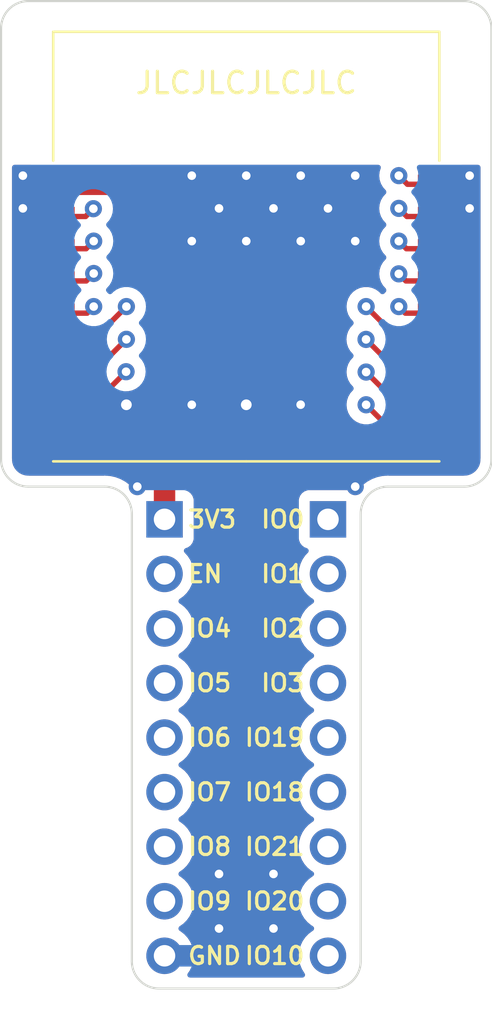
<source format=kicad_pcb>
(kicad_pcb (version 20211014) (generator pcbnew)
  (layers (0 "F.Cu" signal) (1 "In1.Cu" signal) (2 "In2.Cu" signal) (31 "B.Cu" signal) (34 "B.Paste" user) (35 "F.Paste" user) (36 "B.SilkS" user "B.Silkscreen") (37 "F.SilkS" user "F.Silkscreen") (38 "B.Mask" user) (39 "F.Mask" user) (44 "Edge.Cuts" user))
  (net 0 "")
  (net 1 "+3.3V")
  (net 2 "EN")
  (net 3 "IO4")
  (net 4 "IO5")
  (net 5 "IO6")
  (net 6 "IO7")
  (net 7 "IO8")
  (net 8 "IO9")
  (net 9 "GND")
  (net 10 "IO0")
  (net 11 "IO1")
  (net 12 "IO2")
  (net 13 "IO3")
  (net 14 "IO19")
  (net 15 "IO18")
  (net 16 "TXD")
  (net 17 "RXD")
  (net 18 "IO10")
  (footprint "Connector_PinHeader_2.54mm:PinHeader_1x09_P2.54mm_Vertical" (layer "F.Cu") (at 102.87 83.82)
    (fp_text reference "J1" hide)
    (fp_text value "Conn_01x09")
    (pad "1" thru_hole rect (at 0 0) (size 1.7 1.7) (drill 1) (layers *.Cu *.Mask) (net 1 "+3.3V"))
    (pad "2" thru_hole oval (at 0 2.54) (size 1.7 1.7) (drill 1) (layers *.Cu *.Mask) (net 2 "EN"))
    (pad "3" thru_hole oval (at 0 5.08) (size 1.7 1.7) (drill 1) (layers *.Cu *.Mask) (net 3 "IO4"))
    (pad "4" thru_hole oval (at 0 7.62) (size 1.7 1.7) (drill 1) (layers *.Cu *.Mask) (net 4 "IO5"))
    (pad "5" thru_hole oval (at 0 10.16) (size 1.7 1.7) (drill 1) (layers *.Cu *.Mask) (net 5 "IO6"))
    (pad "6" thru_hole oval (at 0 12.7) (size 1.7 1.7) (drill 1) (layers *.Cu *.Mask) (net 6 "IO7"))
    (pad "7" thru_hole oval (at 0 15.24) (size 1.7 1.7) (drill 1) (layers *.Cu *.Mask) (net 7 "IO8"))
    (pad "8" thru_hole oval (at 0 17.78) (size 1.7 1.7) (drill 1) (layers *.Cu *.Mask) (net 8 "IO9"))
    (pad "9" thru_hole oval (at 0 20.32) (size 1.7 1.7) (drill 1) (layers *.Cu *.Mask) (net 9 "GND"))
  )
  (footprint "My_Library:ESP32-C3-WROOM-02" (layer "F.Cu") (at 106.68 71.12)
    (fp_text reference "U1" hide)
    (fp_text value "ESP32-C3-WROOM-02")
    (fp_line (start -9 10) (end 0 10) (layer "F.SilkS") (width 0.12))
    (fp_line (start -9 -10) (end -9 -4) (layer "F.SilkS") (width 0.12))
    (fp_line (start 9 -10) (end -9 -10) (layer "F.SilkS") (width 0.12))
    (fp_line (start 0 10) (end 9 10) (layer "F.SilkS") (width 0.12))
    (fp_line (start 9 -4) (end 9 -10) (layer "F.SilkS") (width 0.12))
    (pad "1" smd rect (at -8.75 -2.9) (size 1.5 0.9) (layers "F.Cu" "F.Paste" "F.Mask") (net 1 "+3.3V"))
    (pad "2" smd rect (at -8.75 -1.4) (size 1.5 0.9) (layers "F.Cu" "F.Paste" "F.Mask") (net 2 "EN"))
    (pad "3" smd rect (at -8.75 0.1) (size 1.5 0.9) (layers "F.Cu" "F.Paste" "F.Mask") (net 3 "IO4"))
    (pad "4" smd rect (at -8.75 1.6) (size 1.5 0.9) (layers "F.Cu" "F.Paste" "F.Mask") (net 4 "IO5"))
    (pad "5" smd rect (at -8.75 3.1) (size 1.5 0.9) (layers "F.Cu" "F.Paste" "F.Mask") (net 5 "IO6"))
    (pad "6" smd rect (at -8.75 4.6) (size 1.5 0.9) (layers "F.Cu" "F.Paste" "F.Mask") (net 6 "IO7"))
    (pad "7" smd rect (at -8.75 6.1) (size 1.5 0.9) (layers "F.Cu" "F.Paste" "F.Mask") (net 7 "IO8"))
    (pad "8" smd rect (at -8.75 7.6) (size 1.5 0.9) (layers "F.Cu" "F.Paste" "F.Mask") (net 8 "IO9"))
    (pad "9" smd rect (at -8.75 9.1) (size 1.5 0.9) (layers "F.Cu" "F.Paste" "F.Mask") (net 9 "GND"))
    (pad "10" smd rect (at 8.75 9.1) (size 1.5 0.9) (layers "F.Cu" "F.Paste" "F.Mask") (net 18 "IO10"))
    (pad "11" smd rect (at 8.75 7.6) (size 1.5 0.9) (layers "F.Cu" "F.Paste" "F.Mask") (net 17 "RXD"))
    (pad "12" smd rect (at 8.75 6.1) (size 1.5 0.9) (layers "F.Cu" "F.Paste" "F.Mask") (net 16 "TXD"))
    (pad "13" smd rect (at 8.75 4.6) (size 1.5 0.9) (layers "F.Cu" "F.Paste" "F.Mask") (net 15 "IO18"))
    (pad "14" smd rect (at 8.75 3.1) (size 1.5 0.9) (layers "F.Cu" "F.Paste" "F.Mask") (net 14 "IO19"))
    (pad "15" smd rect (at 8.75 1.6) (size 1.5 0.9) (layers "F.Cu" "F.Paste" "F.Mask") (net 13 "IO3"))
    (pad "16" smd rect (at 8.75 0.1) (size 1.5 0.9) (layers "F.Cu" "F.Paste" "F.Mask") (net 12 "IO2"))
    (pad "17" smd rect (at 8.75 -1.4) (size 1.5 0.9) (layers "F.Cu" "F.Paste" "F.Mask") (net 11 "IO1"))
    (pad "18" smd rect (at 8.75 -2.9) (size 1.5 0.9) (layers "F.Cu" "F.Paste" "F.Mask") (net 10 "IO0"))
    (pad "19" smd rect (at 0.96 2.2) (size 0.7 0.7) (layers "F.Cu" "F.Paste" "F.Mask") (net 9 "GND"))
    (pad "19" smd rect (at -0.14 4.4) (size 0.7 0.7) (layers "F.Cu" "F.Paste" "F.Mask") (net 9 "GND"))
    (pad "19" smd rect (at 2.06 4.4) (size 0.7 0.7) (layers "F.Cu" "F.Paste" "F.Mask") (net 9 "GND"))
    (pad "19" smd rect (at -0.14 2.2) (size 0.7 0.7) (layers "F.Cu" "F.Paste" "F.Mask") (net 9 "GND"))
    (pad "19" smd rect (at 0.96 3.3) (size 0.7 0.7) (layers "F.Cu" "F.Paste" "F.Mask") (net 9 "GND"))
    (pad "19" smd rect (at 0.96 4.4) (size 0.7 0.7) (layers "F.Cu" "F.Paste" "F.Mask") (net 9 "GND"))
    (pad "19" smd rect (at 2.06 3.3) (size 0.7 0.7) (layers "F.Cu" "F.Paste" "F.Mask") (net 9 "GND"))
    (pad "19" smd rect (at 2.06 2.2) (size 0.7 0.7) (layers "F.Cu" "F.Paste" "F.Mask") (net 9 "GND"))
    (pad "19" smd rect (at -0.14 3.3) (size 0.7 0.7) (layers "F.Cu" "F.Paste" "F.Mask") (net 9 "GND"))
  )
  (footprint "Connector_PinHeader_2.54mm:PinHeader_1x09_P2.54mm_Vertical" (layer "F.Cu") (at 110.49 83.82)
    (fp_text reference "J2" hide)
    (fp_text value "Conn_01x09")
    (pad "1" thru_hole rect (at 0 0) (size 1.7 1.7) (drill 1) (layers *.Cu *.Mask) (net 10 "IO0"))
    (pad "2" thru_hole oval (at 0 2.54) (size 1.7 1.7) (drill 1) (layers *.Cu *.Mask) (net 11 "IO1"))
    (pad "3" thru_hole oval (at 0 5.08) (size 1.7 1.7) (drill 1) (layers *.Cu *.Mask) (net 12 "IO2"))
    (pad "4" thru_hole oval (at 0 7.62) (size 1.7 1.7) (drill 1) (layers *.Cu *.Mask) (net 13 "IO3"))
    (pad "5" thru_hole oval (at 0 10.16) (size 1.7 1.7) (drill 1) (layers *.Cu *.Mask) (net 14 "IO19"))
    (pad "6" thru_hole oval (at 0 12.7) (size 1.7 1.7) (drill 1) (layers *.Cu *.Mask) (net 15 "IO18"))
    (pad "7" thru_hole oval (at 0 15.24) (size 1.7 1.7) (drill 1) (layers *.Cu *.Mask) (net 16 "TXD"))
    (pad "8" thru_hole oval (at 0 17.78) (size 1.7 1.7) (drill 1) (layers *.Cu *.Mask) (net 17 "RXD"))
    (pad "9" thru_hole oval (at 0 20.32) (size 1.7 1.7) (drill 1) (layers *.Cu *.Mask) (net 18 "IO10"))
  )
  (gr_arc (start 102.616 105.664) (mid 101.717974 105.292026) (end 101.346 104.394) (layer "Edge.Cuts") (width 0.1))
  (gr_line (start 113.284 82.296) (end 116.84 82.296) (layer "Edge.Cuts") (width 0.1))
  (gr_arc (start 96.52 82.296) (mid 95.621944 81.924055) (end 95.25 81.026) (layer "Edge.Cuts") (width 0.1))
  (gr_arc (start 112.014 104.394) (mid 111.642026 105.292026) (end 110.744 105.664) (layer "Edge.Cuts") (width 0.1))
  (gr_arc (start 116.84 59.69) (mid 117.738026 60.061974) (end 118.11 60.96) (layer "Edge.Cuts") (width 0.1))
  (gr_line (start 110.744 105.664) (end 102.616 105.664) (layer "Edge.Cuts") (width 0.1))
  (gr_line (start 112.014 83.553363) (end 112.014 104.394) (layer "Edge.Cuts") (width 0.1))
  (gr_line (start 96.52 82.296) (end 100.076 82.296) (layer "Edge.Cuts") (width 0.1))
  (gr_arc (start 100.076 82.296) (mid 100.974026 82.667974) (end 101.346 83.566) (layer "Edge.Cuts") (width 0.1))
  (gr_line (start 116.84 59.69) (end 96.52 59.69) (layer "Edge.Cuts") (width 0.1))
  (gr_line (start 95.25 60.96) (end 95.25 81.026) (layer "Edge.Cuts") (width 0.1))
  (gr_arc (start 118.11 81.026) (mid 117.738026 81.924026) (end 116.84 82.296) (layer "Edge.Cuts") (width 0.1))
  (gr_arc (start 95.25 60.96) (mid 95.621974 60.061974) (end 96.52 59.69) (layer "Edge.Cuts") (width 0.1))
  (gr_line (start 101.346 104.394) (end 101.346 83.566) (layer "Edge.Cuts") (width 0.1))
  (gr_arc (start 112.014 83.553363) (mid 112.390444 82.663537) (end 113.284 82.296) (layer "Edge.Cuts") (width 0.1))
  (gr_line (start 118.11 81.026) (end 118.11 60.96) (layer "Edge.Cuts") (width 0.1))
  (gr_text "IO2" (at 109.474 88.9) (layer "F.SilkS") (effects (font (size 0.8 0.8)) (justify right)))
  (gr_text "IO0" (at 109.474 83.82) (layer "F.SilkS") (effects (font (size 0.8 0.8)) (justify right)))
  (gr_text "3V3" (at 103.886 83.82) (layer "F.SilkS") (effects (font (size 0.8 0.8)) (justify left)))
  (gr_text "IO7" (at 103.886 96.52) (layer "F.SilkS") (effects (font (size 0.8 0.8)) (justify left)))
  (gr_text "IO9" (at 103.886 101.6) (layer "F.SilkS") (effects (font (size 0.8 0.8)) (justify left)))
  (gr_text "IO18" (at 109.474 96.52) (layer "F.SilkS") (effects (font (size 0.8 0.8)) (justify right)))
  (gr_text "EN" (at 103.886 86.36) (layer "F.SilkS") (effects (font (size 0.8 0.8)) (justify left)))
  (gr_text "IO19" (at 109.474 93.98) (layer "F.SilkS") (effects (font (size 0.8 0.8)) (justify right)))
  (gr_text "GND" (at 103.886 104.14) (layer "F.SilkS") (effects (font (size 0.8 0.8)) (justify left)))
  (gr_text "IO10" (at 109.474 104.14) (layer "F.SilkS") (effects (font (size 0.8 0.8)) (justify right)))
  (gr_text "IO5" (at 103.886 91.44) (layer "F.SilkS") (effects (font (size 0.8 0.8)) (justify left)))
  (gr_text "JLCJLCJLCJLC" (at 106.68 63.5) (layer "F.SilkS") (effects (font (size 1 1))))
  (gr_text "IO4" (at 103.886 88.9) (layer "F.SilkS") (effects (font (size 0.8 0.8)) (justify left)))
  (gr_text "IO1" (at 109.474 86.36) (layer "F.SilkS") (effects (font (size 0.8 0.8)) (justify right)))
  (gr_text "IO6" (at 103.886 93.98) (layer "F.SilkS") (effects (font (size 0.8 0.8)) (justify left)))
  (gr_text "IO8" (at 103.886 99.06) (layer "F.SilkS") (effects (font (size 0.8 0.8)) (justify left)))
  (gr_text "IO21" (at 109.474 99.06) (layer "F.SilkS") (effects (font (size 0.8 0.8)) (justify right)))
  (gr_text "IO3" (at 109.474 91.44) (layer "F.SilkS") (effects (font (size 0.8 0.8)) (justify right)))
  (gr_text "IO20" (at 109.474 101.6) (layer "F.SilkS") (effects (font (size 0.8 0.8)) (justify right)))
  (segment (start 100.478 68.22) (end 102.87 70.612) (width 1) (layer "F.Cu") (net 1))
  (segment (start 102.87 70.612) (end 102.87 83.82) (width 1) (layer "F.Cu") (net 1))
  (segment (start 97.93 68.22) (end 100.478 68.22) (width 1) (layer "F.Cu") (net 1))
  (segment (start 99.19 69.72) (end 97.93 69.72) (width 0.25) (layer "F.Cu") (net 2))
  (segment (start 99.552536 69.357464) (end 99.19 69.72) (width 0.25) (layer "F.Cu") (net 2))
  (via (at 99.552536 69.357464) (size 0.8) (drill 0.4) (layers "F.Cu" "B.Cu") (net 2))
  (segment (start 99.568 70.866) (end 99.214 71.22) (width 0.25) (layer "F.Cu") (net 3))
  (segment (start 99.214 71.22) (end 97.93 71.22) (width 0.25) (layer "F.Cu") (net 3))
  (via (at 99.568 70.866) (size 0.8) (drill 0.4) (layers "F.Cu" "B.Cu") (net 3))
  (segment (start 99.568 72.373503) (end 99.221503 72.72) (width 0.25) (layer "F.Cu") (net 4))
  (segment (start 99.221503 72.72) (end 97.93 72.72) (width 0.25) (layer "F.Cu") (net 4))
  (via (at 99.568 72.373503) (size 0.8) (drill 0.4) (layers "F.Cu" "B.Cu") (net 4))
  (segment (start 99.262 74.22) (end 97.93 74.22) (width 0.25) (layer "F.Cu") (net 5))
  (segment (start 99.568 73.914) (end 99.262 74.22) (width 0.25) (layer "F.Cu") (net 5))
  (via (at 99.568 73.914) (size 0.8) (drill 0.4) (layers "F.Cu" "B.Cu") (net 5))
  (segment (start 99.286 75.72) (end 97.93 75.72) (width 0.25) (layer "F.Cu") (net 6))
  (segment (start 101.092 73.914) (end 99.286 75.72) (width 0.25) (layer "F.Cu") (net 6))
  (via (at 101.092 73.914) (size 0.8) (drill 0.4) (layers "F.Cu" "B.Cu") (net 6))
  (segment (start 99.31 77.22) (end 97.93 77.22) (width 0.25) (layer "F.Cu") (net 7))
  (segment (start 101.092 75.438) (end 99.31 77.22) (width 0.25) (layer "F.Cu") (net 7))
  (via (at 101.092 75.438) (size 0.8) (drill 0.4) (layers "F.Cu" "B.Cu") (net 7))
  (segment (start 101.076536 76.946536) (end 99.303072 78.72) (width 0.25) (layer "F.Cu") (net 8))
  (segment (start 99.303072 78.72) (end 97.93 78.72) (width 0.25) (layer "F.Cu") (net 8))
  (via (at 101.076536 76.946536) (size 0.8) (drill 0.4) (layers "F.Cu" "B.Cu") (net 8))
  (segment (start 108.74 73.32) (end 108.74 75.52) (width 1) (layer "F.Cu") (net 9))
  (segment (start 107.64 73.32) (end 107.64 75.52) (width 1) (layer "F.Cu") (net 9))
  (segment (start 101.092 78.486) (end 99.358 80.22) (width 1) (layer "F.Cu") (net 9))
  (segment (start 106.68 75.66) (end 106.54 75.52) (width 1) (layer "F.Cu") (net 9))
  (segment (start 99.358 80.22) (end 97.93 80.22) (width 1) (layer "F.Cu") (net 9))
  (segment (start 106.54 74.42) (end 108.74 74.42) (width 1) (layer "F.Cu") (net 9))
  (segment (start 106.54 73.32) (end 108.74 73.32) (width 1) (layer "F.Cu") (net 9))
  (segment (start 106.68 78.486) (end 106.68 75.66) (width 1) (layer "F.Cu") (net 9))
  (segment (start 106.54 73.32) (end 106.54 75.52) (width 1) (layer "F.Cu") (net 9))
  (segment (start 108.74 75.52) (end 106.54 75.52) (width 1) (layer "F.Cu") (net 9))
  (via (at 105.41 69.342) (size 0.8) (drill 0.4) (layers "F.Cu" "B.Cu") (net 9))
  (via (at 106.68 78.486) (size 1) (drill 0.5) (layers "F.Cu" "B.Cu") (net 9))
  (via (at 107.95 69.342) (size 0.8) (drill 0.4) (layers "F.Cu" "B.Cu") (net 9))
  (via (at 106.68 67.818) (size 0.8) (drill 0.4) (layers "F.Cu" "B.Cu") (net 9))
  (via (at 109.22 67.818) (size 0.8) (drill 0.4) (layers "F.Cu" "B.Cu") (net 9))
  (via (at 101.6 82.296) (size 0.8) (drill 0.4) (layers "F.Cu" "B.Cu") (net 9))
  (via (at 105.41 100.33) (size 0.8) (drill 0.4) (layers "F.Cu" "B.Cu") (net 9))
  (via (at 111.76 82.296) (size 0.8) (drill 0.4) (layers "F.Cu" "B.Cu") (net 9))
  (via (at 117.094 67.818) (size 0.8) (drill 0.4) (layers "F.Cu" "B.Cu") (net 9))
  (via (at 109.22 70.866) (size 0.8) (drill 0.4) (layers "F.Cu" "B.Cu") (net 9))
  (via (at 104.14 78.486) (size 0.8) (drill 0.4) (layers "F.Cu" "B.Cu") (net 9))
  (via (at 117.094 69.342) (size 0.8) (drill 0.4) (layers "F.Cu" "B.Cu") (net 9))
  (via (at 111.76 70.866) (size 0.8) (drill 0.4) (layers "F.Cu" "B.Cu") (net 9))
  (via (at 104.14 70.866) (size 0.8) (drill 0.4) (layers "F.Cu" "B.Cu") (net 9))
  (via (at 101.092 78.486) (size 1) (drill 0.5) (layers "F.Cu" "B.Cu") (net 9))
  (via (at 107.95 102.87) (size 0.8) (drill 0.4) (layers "F.Cu" "B.Cu") (net 9))
  (via (at 111.76 67.818) (size 0.8) (drill 0.4) (layers "F.Cu" "B.Cu") (net 9))
  (via (at 109.215701 78.481701) (size 0.8) (drill 0.4) (layers "F.Cu" "B.Cu") (net 9))
  (via (at 105.41 102.87) (size 0.8) (drill 0.4) (layers "F.Cu" "B.Cu") (net 9))
  (via (at 96.266 69.342) (size 0.8) (drill 0.4) (layers "F.Cu" "B.Cu") (net 9))
  (via (at 104.14 67.818) (size 0.8) (drill 0.4) (layers "F.Cu" "B.Cu") (net 9))
  (via (at 110.49 69.342) (size 0.8) (drill 0.4) (layers "F.Cu" "B.Cu") (net 9))
  (via (at 107.95 100.33) (size 0.8) (drill 0.4) (layers "F.Cu" "B.Cu") (net 9))
  (via (at 106.68 70.866) (size 0.8) (drill 0.4) (layers "F.Cu" "B.Cu") (net 9))
  (via (at 96.266 67.818) (size 0.8) (drill 0.4) (layers "F.Cu" "B.Cu") (net 9))
  (segment (start 106.68 78.486) (end 101.092 78.486) (width 1) (layer "B.Cu") (net 9))
  (segment (start 106.68 102.108) (end 104.648 104.14) (width 1) (layer "B.Cu") (net 9))
  (segment (start 104.648 104.14) (end 102.87 104.14) (width 1) (layer "B.Cu") (net 9))
  (segment (start 106.68 78.486) (end 106.68 102.108) (width 1) (layer "B.Cu") (net 9))
  (segment (start 113.792 67.818) (end 114.194 68.22) (width 0.25) (layer "F.Cu") (net 10))
  (segment (start 114.194 68.22) (end 115.43 68.22) (width 0.25) (layer "F.Cu") (net 10))
  (via (at 113.792 67.818) (size 0.8) (drill 0.4) (layers "F.Cu" "B.Cu") (net 10))
  (segment (start 113.792 69.342) (end 114.17 69.72) (width 0.25) (layer "F.Cu") (net 11))
  (segment (start 114.17 69.72) (end 115.43 69.72) (width 0.25) (layer "F.Cu") (net 11))
  (via (at 113.792 69.342) (size 0.8) (drill 0.4) (layers "F.Cu" "B.Cu") (net 11))
  (segment (start 114.146 71.22) (end 115.43 71.22) (width 0.25) (layer "F.Cu") (net 12))
  (segment (start 113.792 70.866) (end 114.146 71.22) (width 0.25) (layer "F.Cu") (net 12))
  (via (at 113.792 70.866) (size 0.8) (drill 0.4) (layers "F.Cu" "B.Cu") (net 12))
  (segment (start 113.792 72.39) (end 114.122 72.72) (width 0.25) (layer "F.Cu") (net 13))
  (segment (start 114.122 72.72) (end 115.43 72.72) (width 0.25) (layer "F.Cu") (net 13))
  (via (at 113.792 72.39) (size 0.8) (drill 0.4) (layers "F.Cu" "B.Cu") (net 13))
  (segment (start 114.098 74.22) (end 115.43 74.22) (width 0.25) (layer "F.Cu") (net 14))
  (segment (start 113.792 73.914) (end 114.098 74.22) (width 0.25) (layer "F.Cu") (net 14))
  (via (at 113.792 73.914) (size 0.8) (drill 0.4) (layers "F.Cu" "B.Cu") (net 14))
  (segment (start 112.268 73.914) (end 114.074 75.72) (width 0.25) (layer "F.Cu") (net 15))
  (segment (start 114.074 75.72) (end 115.43 75.72) (width 0.25) (layer "F.Cu") (net 15))
  (via (at 112.268 73.914) (size 0.8) (drill 0.4) (layers "F.Cu" "B.Cu") (net 15))
  (segment (start 112.263701 75.442299) (end 114.041402 77.22) (width 0.25) (layer "F.Cu") (net 16))
  (segment (start 114.041402 77.22) (end 115.43 77.22) (width 0.25) (layer "F.Cu") (net 16))
  (via (at 112.263701 75.442299) (size 0.8) (drill 0.4) (layers "F.Cu" "B.Cu") (net 16))
  (segment (start 112.268 76.962) (end 114.026 78.72) (width 0.25) (layer "F.Cu") (net 17))
  (segment (start 114.026 78.72) (end 115.43 78.72) (width 0.25) (layer "F.Cu") (net 17))
  (via (at 112.268 76.962) (size 0.8) (drill 0.4) (layers "F.Cu" "B.Cu") (net 17))
  (segment (start 112.268 78.486) (end 114.002 80.22) (width 0.25) (layer "F.Cu") (net 18))
  (segment (start 114.002 80.22) (end 115.43 80.22) (width 0.25) (layer "F.Cu") (net 18))
  (via (at 112.268 78.486) (size 0.8) (drill 0.4) (layers "F.Cu" "B.Cu") (net 18))
  (zone (net 9) (net_name "GND") (layers F&B.Cu) (connect_pads (clearance 0.508)) (min_thickness 0.254) (fill yes (thermal_gap 0.508) (thermal_bridge_width 0.508))
    (polygon (pts (xy 118.11 82.296) (xy 112.014 82.296) (xy 112.014 105.664) (xy 101.346 105.664) (xy 101.346 82.296) (xy 95.25 82.296) (xy 95.25 67.31) (xy 118.11 67.31)))
  )
)
</source>
